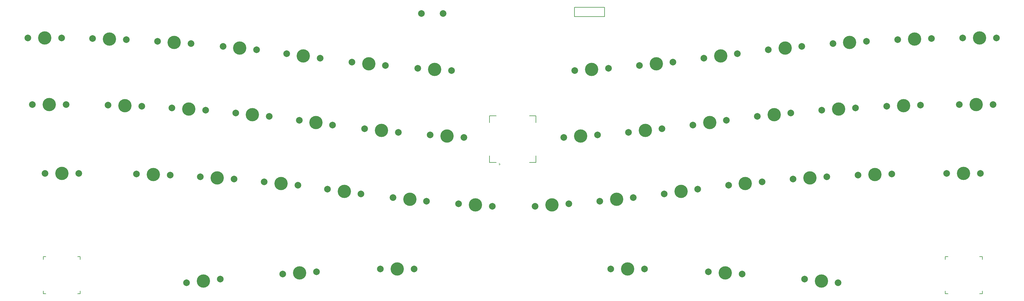
<source format=gbr>
G04 #@! TF.GenerationSoftware,KiCad,Pcbnew,(6.0.11-0)*
G04 #@! TF.CreationDate,2023-08-21T21:01:56+09:00*
G04 #@! TF.ProjectId,SYMMETRIA,53594d4d-4554-4524-9941-2e6b69636164,rev?*
G04 #@! TF.SameCoordinates,Original*
G04 #@! TF.FileFunction,Legend,Top*
G04 #@! TF.FilePolarity,Positive*
%FSLAX46Y46*%
G04 Gerber Fmt 4.6, Leading zero omitted, Abs format (unit mm)*
G04 Created by KiCad (PCBNEW (6.0.11-0)) date 2023-08-21 21:01:56*
%MOMM*%
%LPD*%
G01*
G04 APERTURE LIST*
%ADD10C,0.150000*%
%ADD11C,0.120000*%
%ADD12C,2.000000*%
%ADD13C,4.000000*%
G04 APERTURE END LIST*
D10*
X41275050Y-95250000D02*
X41275050Y-94456250D01*
X30162550Y-95250000D02*
X30162550Y-94456250D01*
X30162550Y-105568750D02*
X30956300Y-105568750D01*
X30162550Y-94456250D02*
X30956300Y-94456250D01*
X40481300Y-105568750D02*
X41275050Y-105568750D01*
X30162550Y-104775000D02*
X30162550Y-105568750D01*
X41275050Y-94456250D02*
X40481300Y-94456250D01*
X41275050Y-105568750D02*
X41275050Y-104775000D01*
D11*
X167650000Y-66539900D02*
X167350000Y-66839900D01*
D10*
X176450000Y-66039900D02*
X178450000Y-66039900D01*
X166450000Y-52039900D02*
X164450000Y-52039900D01*
D11*
X167350000Y-66239900D02*
X167650000Y-66539900D01*
D10*
X164450000Y-64039900D02*
X164450000Y-66039900D01*
X164450000Y-66039900D02*
X166450000Y-66039900D01*
X164450000Y-52039900D02*
X164450000Y-54039900D01*
X178450000Y-66039900D02*
X178450000Y-64039900D01*
D11*
X167350000Y-66839900D02*
X167350000Y-66239900D01*
D10*
X178450000Y-52039900D02*
X176450000Y-52039900D01*
X178450000Y-54039900D02*
X178450000Y-52039900D01*
X301625050Y-95250000D02*
X301625050Y-94456250D01*
X301625050Y-104775000D02*
X301625050Y-105568750D01*
X301625050Y-94456250D02*
X302418800Y-94456250D01*
X301625050Y-105568750D02*
X302418800Y-105568750D01*
X312737550Y-94456250D02*
X311943800Y-94456250D01*
X312737550Y-105568750D02*
X312737550Y-104775000D01*
X311943800Y-105568750D02*
X312737550Y-105568750D01*
X312737550Y-95250000D02*
X312737550Y-94456250D01*
X190029100Y-22090400D02*
X190029100Y-19340400D01*
X199029100Y-22090400D02*
X190029100Y-22090400D01*
X199029100Y-19340400D02*
X199029100Y-22090400D01*
X190029100Y-19340400D02*
X199029100Y-19340400D01*
D12*
X126878229Y-55908995D03*
D13*
X131930400Y-56440000D03*
D12*
X136982571Y-56971005D03*
D13*
X230699600Y-54064000D03*
D12*
X225669038Y-54770999D03*
X235730162Y-53357001D03*
D13*
X30540000Y-28550000D03*
D12*
X35620000Y-28550000D03*
X25460000Y-28550000D03*
D13*
X211315400Y-56440000D03*
D12*
X216367571Y-55908995D03*
X206263229Y-56971005D03*
X40798800Y-69360000D03*
D13*
X35718800Y-69360000D03*
D12*
X30638800Y-69360000D03*
D13*
X108409200Y-33985000D03*
D12*
X113439762Y-34691999D03*
X103378638Y-33278001D03*
D13*
X272849100Y-29907000D03*
D12*
X267781475Y-30261363D03*
X277916725Y-29552637D03*
X200237825Y-37702637D03*
D13*
X195170200Y-38057000D03*
D12*
X190102575Y-38411363D03*
X240437625Y-99674363D03*
D13*
X235370000Y-99320000D03*
D12*
X230302375Y-98965637D03*
X306863800Y-28550000D03*
X317023800Y-28550000D03*
D13*
X311943800Y-28550000D03*
D12*
X316030000Y-48625000D03*
X305870000Y-48625000D03*
D13*
X310950000Y-48625000D03*
X250083500Y-51686000D03*
D12*
X245031329Y-52217005D03*
X255135671Y-51154995D03*
X78990325Y-50339363D03*
D13*
X73922700Y-49985000D03*
D12*
X68855075Y-49630637D03*
D13*
X292351700Y-28890000D03*
D12*
X287274795Y-29067289D03*
X297428605Y-28712711D03*
D13*
X89284400Y-31605000D03*
D12*
X94336571Y-32136005D03*
X84232229Y-31073995D03*
X125768662Y-75506999D03*
X115707538Y-74093001D03*
D13*
X120738100Y-74800000D03*
D12*
X123024129Y-35828995D03*
X133128471Y-36891005D03*
D13*
X128076300Y-36360000D03*
X206021200Y-98130000D03*
D12*
X211101200Y-98130000D03*
X200941200Y-98130000D03*
X246493271Y-71888995D03*
X236388929Y-72951005D03*
D13*
X241441100Y-72420000D03*
D12*
X186792475Y-58489363D03*
X196927725Y-57780637D03*
D13*
X191860100Y-58135000D03*
X202673100Y-77178000D03*
D12*
X207725271Y-76646995D03*
X197620929Y-77709005D03*
D13*
X82479500Y-70720000D03*
D12*
X77411875Y-70365637D03*
X87547125Y-71074363D03*
X96643229Y-71888995D03*
D13*
X101695400Y-72420000D03*
D12*
X106747571Y-72951005D03*
D13*
X289042100Y-48965000D03*
D12*
X294119005Y-48787711D03*
X283965195Y-49142289D03*
D13*
X307070000Y-69360000D03*
D12*
X301990000Y-69360000D03*
X312150000Y-69360000D03*
D13*
X253393600Y-31605000D03*
D12*
X248341429Y-32136005D03*
X258445771Y-31073995D03*
X209573429Y-36891005D03*
X219677771Y-35828995D03*
D13*
X214625600Y-36360000D03*
X54718800Y-48965000D03*
D12*
X59795705Y-49142289D03*
X49641895Y-48787711D03*
X58189195Y-69522711D03*
D13*
X63266100Y-69700000D03*
D12*
X68343005Y-69877289D03*
X156709125Y-58489363D03*
X146573875Y-57780637D03*
D13*
X151641500Y-58135000D03*
D12*
X112364625Y-98965637D03*
X102229375Y-99674363D03*
D13*
X107297000Y-99320000D03*
D12*
X98149671Y-52217005D03*
D13*
X93097500Y-51686000D03*
D12*
X88045329Y-51154995D03*
X217026538Y-75506999D03*
X227087662Y-74093001D03*
D13*
X222057100Y-74800000D03*
D12*
X259267629Y-101238995D03*
D13*
X264319800Y-101770000D03*
D12*
X269371971Y-102301005D03*
X285476505Y-69522711D03*
D13*
X280399600Y-69700000D03*
D12*
X275322695Y-69877289D03*
X135385729Y-76646995D03*
D13*
X140437900Y-77178000D03*
D12*
X145490071Y-77709005D03*
D13*
X160183200Y-78875000D03*
D12*
X165250825Y-79229363D03*
X155115575Y-78520637D03*
D13*
X260896600Y-70720000D03*
D12*
X255828975Y-71074363D03*
X265964225Y-70365637D03*
D13*
X31956300Y-48625000D03*
D12*
X37036300Y-48625000D03*
X26876300Y-48625000D03*
X83399371Y-101238995D03*
D13*
X78347200Y-101770000D03*
D12*
X73295029Y-102301005D03*
X107176038Y-53357001D03*
D13*
X112206600Y-54064000D03*
D12*
X117237162Y-54770999D03*
X264471375Y-50339363D03*
D13*
X269539000Y-49985000D03*
D12*
X274606625Y-49630637D03*
X141725800Y-98130000D03*
X131565800Y-98130000D03*
D13*
X136645800Y-98130000D03*
X69569600Y-29907000D03*
D12*
X64501975Y-29552637D03*
X74637225Y-30261363D03*
X239040162Y-33278001D03*
X228979038Y-34691999D03*
D13*
X234009600Y-33985000D03*
X50066600Y-28890000D03*
D12*
X55143505Y-29067289D03*
X44989695Y-28712711D03*
X150476000Y-21200200D03*
X143976000Y-21200200D03*
X178150075Y-79229363D03*
X188285325Y-78520637D03*
D13*
X183217700Y-78875000D03*
X147907500Y-38057000D03*
D12*
X142839875Y-37702637D03*
X152975125Y-38411363D03*
M02*

</source>
